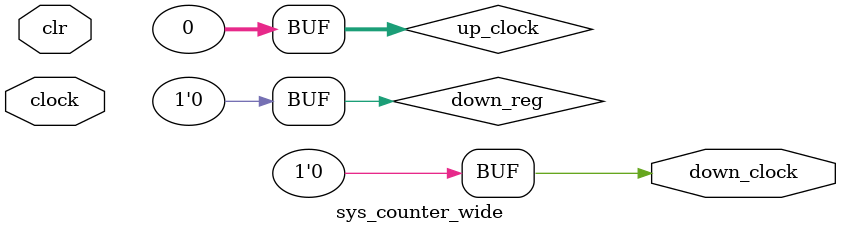
<source format=v>
module i2s(
    input sys_clock, reset, bit_clock,
    input [15:0] audio_data,
    output word_clock, data_bit
    );

    reg [15:0] audio_reg_left, audio_reg_right;
    reg old_word_clock;
    reg [16:0] data_reg;
 
    always @(posedge sys_clock)begin //yes, you could technically get by with one register.
        audio_reg_left = audio_data;
        audio_reg_right = audio_data;
    end                            
    //ALSO: in this system, can't give data super super early,
    //specifically can't give R(t+1) while outputting L(t), 
    //but can give R(t) while L(t), or R(t+1) while R(t)
    //and likewise can give L(t+1) while outputting L(t).

    sys_counter_wide #(32) wordclock(~bit_clock, reset, word_clock); //weird but its on the not, i know right

    always @(posedge bit_clock) begin
        old_word_clock <= word_clock;
    end

    always @(negedge bit_clock) begin
        data_reg <= data_reg << 1;
        if(~old_word_clock & word_clock)begin //edge detection ! L to R
            data_reg <= {1'b0, audio_reg_right};
        end if(old_word_clock & ~word_clock)begin  //edge detection ! R to L
            data_reg <= {1'b0, audio_reg_left};
        end
    end

    assign data_bit = data_reg[16];
endmodule


    // always @(posedge word_clock) begin //from L to R
    //     data_reg <= {0, audio_reg_left};
    // end

    // always @(negedge word_clock) begin //from R to L
    //     data_reg <= {0, audio_reg_right};
    // end

module sys_counter_wide #(parameter COUNT = 69)(input clock, clr, output down_clock);
    reg [31:0] up_clock;
    reg down_reg;
    assign down_clock = down_reg;
    initial begin up_clock <= 0; down_reg <= 1'b0; end
    always @(posedge clock) begin
        up_clock <= up_clock + 1;
        if (up_clock == COUNT) begin
            down_reg <= ~down_reg;
            up_clock <= 0;
        end
    end
    always @(clr) begin up_clock <= 0; down_reg <= 1'b0; end
endmodule
</source>
